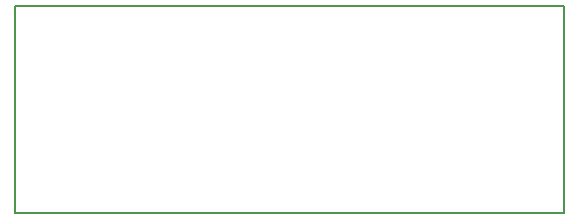
<source format=gm1>
G04 #@! TF.GenerationSoftware,KiCad,Pcbnew,(5.0.0-rc2-dev-596-gcfd2f1d00)*
G04 #@! TF.CreationDate,2018-08-25T14:54:55+02:00*
G04 #@! TF.ProjectId,MP2637,4D50323633372E6B696361645F706362,rev?*
G04 #@! TF.SameCoordinates,Original*
G04 #@! TF.FileFunction,Profile,NP*
%FSLAX45Y45*%
G04 Gerber Fmt 4.5, Leading zero omitted, Abs format (unit mm)*
G04 Created by KiCad (PCBNEW (5.0.0-rc2-dev-596-gcfd2f1d00)) date 08/25/18 14:54:55*
%MOMM*%
%LPD*%
G01*
G04 APERTURE LIST*
%ADD10C,0.150000*%
G04 APERTURE END LIST*
D10*
X10000000Y-5000000D02*
X14650000Y-5000000D01*
X14650000Y-6750000D02*
X10000000Y-6750000D01*
X10000000Y-6750000D02*
X10000000Y-5000000D01*
X14650000Y-6750000D02*
X14650000Y-5000000D01*
M02*

</source>
